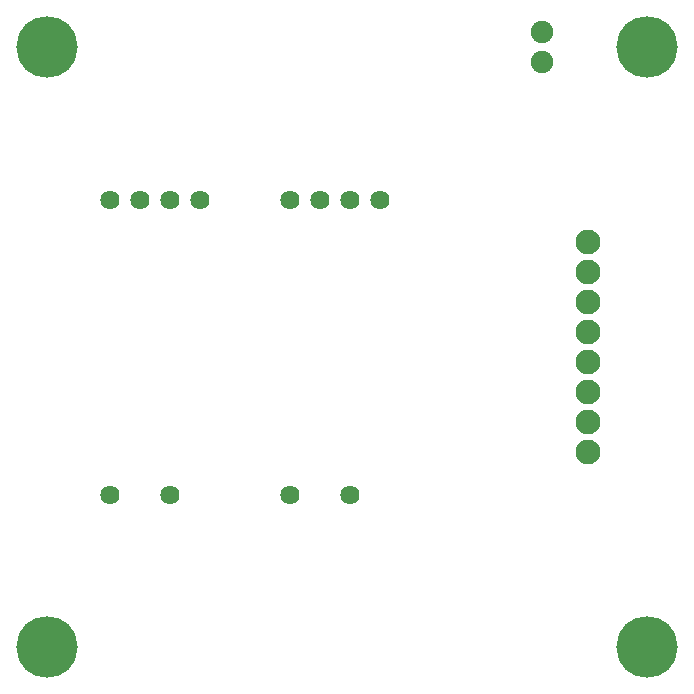
<source format=gbs>
G04 Layer: BottomSolderMaskLayer*
G04 EasyEDA v6.5.22, 2023-02-15 20:21:58*
G04 734b4a54bc3d48cea6392fdb8e28a27f,5a6b42c53f6a479593ecc07194224c93,10*
G04 Gerber Generator version 0.2*
G04 Scale: 100 percent, Rotated: No, Reflected: No *
G04 Dimensions in millimeters *
G04 leading zeros omitted , absolute positions ,4 integer and 5 decimal *
%FSLAX45Y45*%
%MOMM*%

%ADD10C,5.2032*%
%ADD11C,1.9016*%
%ADD12C,2.1016*%
%ADD13C,1.6256*%

%LPD*%
D10*
G01*
X381000Y5461000D03*
G01*
X5461000Y5461000D03*
G01*
X5461000Y381000D03*
G01*
X381000Y381000D03*
D11*
G01*
X4572000Y5588000D03*
G01*
X4572000Y5334000D03*
D12*
G01*
X4956581Y3807205D03*
G01*
X4956581Y3553205D03*
G01*
X4956581Y3299205D03*
G01*
X4956581Y3045205D03*
G01*
X4956581Y2791205D03*
G01*
X4956581Y2537205D03*
G01*
X4956581Y2283205D03*
G01*
X4956581Y2029205D03*
D13*
G01*
X914400Y1663700D03*
G01*
X1422400Y1663700D03*
G01*
X1676400Y4163695D03*
G01*
X1422400Y4163695D03*
G01*
X1168400Y4163695D03*
G01*
X914400Y4163695D03*
G01*
X2692400Y4163695D03*
G01*
X2946400Y4163695D03*
G01*
X3200400Y4163695D03*
G01*
X2946400Y1663700D03*
G01*
X2438400Y1663700D03*
G01*
X2438400Y4163695D03*
M02*

</source>
